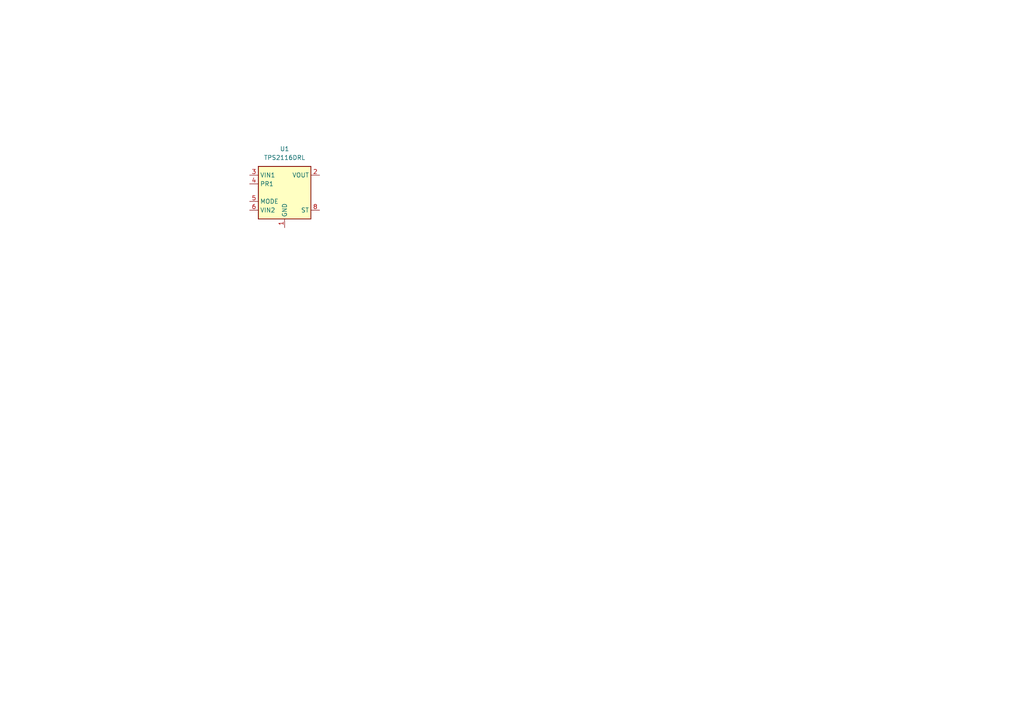
<source format=kicad_sch>
(kicad_sch (version 20250114) (generator "eeschema") (generator_version "9.0")
  (paper "A4")
  (lib_symbols
    (symbol "Power_Management:TPS2116DRL"
      (property "Reference" "U" (at -7.874 9.144 0))
      (property "Value" "TPS2116DRL" (at 0.508 -8.89 0))
      (symbol "TPS2116DRL_0_1"
        (rectangle (start -7.62 7.62) (end 7.62 -7.62) (stroke (width 0.254)) (fill (type background)))
      )
      (symbol "TPS2116DRL_1_0"
        (pin power_out line (at 10.16 5.08 180) (length 2.54) (hide yes) (name "VOUT") (number "7"))
      )
      (symbol "TPS2116DRL_1_1"
        (pin power_in line (at -10.16 5.08 0) (length 2.54) (name "VIN1") (number "3"))
        (pin input line (at -10.16 2.54 0) (length 2.54) (name "PR1") (number "4"))
        (pin input line (at -10.16 -2.54 0) (length 2.54) (name "MODE") (number "5"))
        (pin power_in line (at -10.16 -5.08 0) (length 2.54) (name "VIN2") (number "6"))
        (pin power_in line (at 0 -10.16 90) (length 2.54) (name "GND") (number "1"))
        (pin power_out line (at 10.16 5.08 180) (length 2.54) (name "VOUT") (number "2"))
        (pin open_collector line (at 10.16 -5.08 180) (length 2.54) (name "ST") (number "8"))
      )
    )
  )
  (symbol (lib_id "Power_Management:TPS2116DRL") (at 82.55 55.88 0) (unit 1)
    (property "Reference" "U1" (at 82.55 43.18 0))
    (property "Value" "TPS2116DRL" (at 82.55 45.72 0))
    (property "Footprint" "Package_TO_SOT_SMD:SOT-583-8" (effects (hide yes)))
    (property "Datasheet" "https://www.ti.com/lit/ds/symlink/tps2116.pdf" (effects (hide yes)))
    (property "Description" "2 Channnels Power Mux with Manual and Priority Switchover, 1.6-5.5V Input Voltage, 2.5A Output Current, Ron 40 mOhm, SOT-583-8" (effects (hide yes)))
  )
)
</source>
